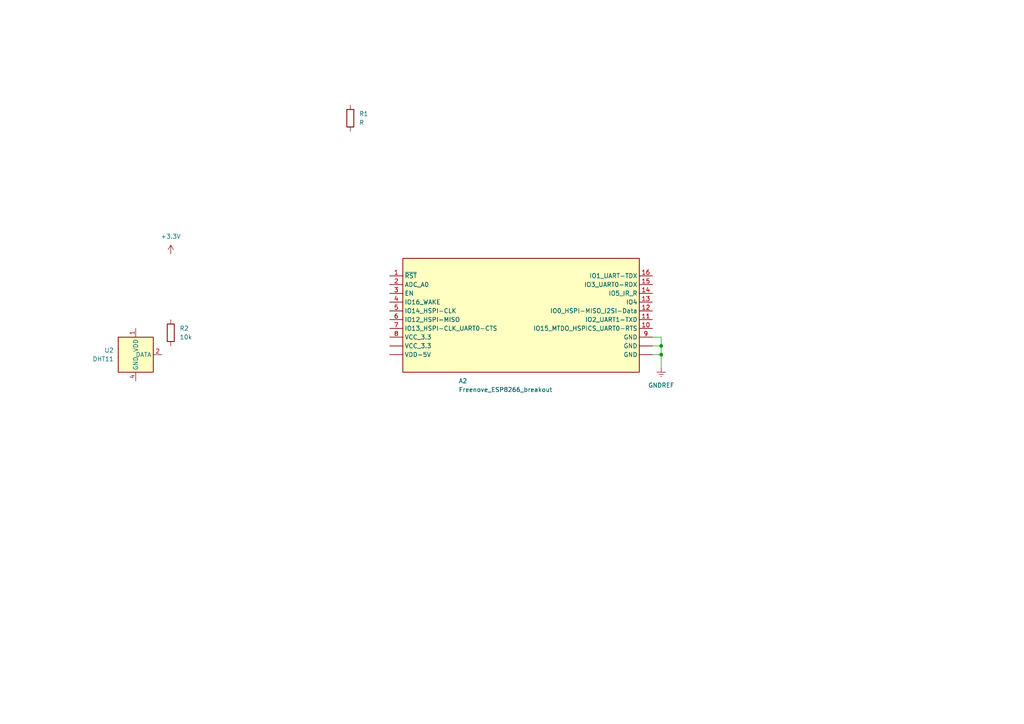
<source format=kicad_sch>
(kicad_sch (version 20230121) (generator eeschema)
  (paper "A4")
  (lib_symbols
    (symbol "Device:R" (pin_numbers hide) (pin_names (offset 0))
      (property "Reference" "R" (at 2.032 0 90))
      (property "Value" "R" (at 0 0 90))
      (symbol "R_0_1"
        (rectangle (start -1.016 -2.54) (end 1.016 2.54) (stroke (width 0.254)))
      )
      (symbol "R_1_1"
        (pin passive line (at 0 3.81 270) (length 1.27) (name "~") (number "1"))
        (pin passive line (at 0 -3.81 90) (length 1.27) (name "~") (number "2"))
      )
    )
    (symbol "MCU_Module:Adafruit_HUZZAH_ESP8266_breakout"
      (property "Reference" "A2" (at 4.7341 -19.05 0))
      (property "Value" "Freenove_ESP8266_breakout" (at 4.7341 -21.59 0))
      (symbol "Adafruit_HUZZAH_ESP8266_breakout_0_1"
        (rectangle (start -11.43 16.51) (end 57.15 -16.51) (stroke (width 0.254)) (fill (type background)))
      )
      (symbol "Adafruit_HUZZAH_ESP8266_breakout_1_1"
        (pin power_in line (at 60.96 -11.43 180) (length 3.81) (name "GND") (number ""))
        (pin power_in line (at 60.96 -8.89 180) (length 3.81) (name "GND") (number ""))
        (pin power_in line (at -15.24 -8.89 0) (length 3.81) (name "VCC_3.3") (number ""))
        (pin power_in line (at -15.24 -11.43 0) (length 3.81) (name "VDD-5V") (number ""))
        (pin input line (at -15.24 11.43 0) (length 3.81) (name "~{RST}") (number "1"))
        (pin bidirectional line (at 60.96 -3.81 180) (length 3.81) (name "IO15_MTDO_HSPICS_UART0-RTS") (number "10"))
        (pin bidirectional line (at 60.96 -1.27 180) (length 3.81) (name "IO2_UART1-TXD") (number "11"))
        (pin bidirectional line (at 60.96 1.27 180) (length 3.81) (name "IO0_HSPI-MISO_I2SI-Data") (number "12"))
        (pin bidirectional line (at 60.96 3.81 180) (length 3.81) (name "IO4") (number "13"))
        (pin bidirectional line (at 60.96 6.35 180) (length 3.81) (name "IO5_IR_R") (number "14"))
        (pin bidirectional line (at 60.96 8.89 180) (length 3.81) (name "IO3_UART0-RDX") (number "15"))
        (pin bidirectional line (at 60.96 11.43 180) (length 3.81) (name "IO1_UART-TDX") (number "16"))
        (pin input line (at -15.24 8.89 0) (length 3.81) (name "ADC_A0") (number "2"))
        (pin input line (at -15.24 6.35 0) (length 3.81) (name "EN") (number "3"))
        (pin bidirectional line (at -15.24 3.81 0) (length 3.81) (name "IO16_WAKE") (number "4"))
        (pin bidirectional line (at -15.24 1.27 0) (length 3.81) (name "IO14_HSPI-CLK") (number "5"))
        (pin bidirectional line (at -15.24 -1.27 0) (length 3.81) (name "IO12_HSPI-MISO") (number "6"))
        (pin bidirectional line (at -15.24 -3.81 0) (length 3.81) (name "IO13_HSPI-CLK_UART0-CTS") (number "7"))
        (pin power_in line (at -15.24 -6.35 0) (length 3.81) (name "VCC_3.3") (number "8"))
        (pin power_in line (at 60.96 -6.35 180) (length 3.81) (name "GND") (number "9"))
      )
    )
    (symbol "Sensor:DHT11"
      (property "Reference" "U" (at -3.81 6.35 0))
      (property "Value" "DHT11" (at 3.81 6.35 0))
      (symbol "DHT11_0_1"
        (rectangle (start -5.08 5.08) (end 5.08 -5.08) (stroke (width 0.254)) (fill (type background)))
      )
      (symbol "DHT11_1_1"
        (pin power_in line (at 0 7.62 270) (length 2.54) (name "VDD") (number "1"))
        (pin bidirectional line (at 7.62 0 180) (length 2.54) (name "DATA") (number "2"))
        (pin no_connect line (at -5.08 0 0) (length 2.54) hide (name "NC") (number "3"))
        (pin power_in line (at 0 -7.62 90) (length 2.54) (name "GND") (number "4"))
      )
    )
    (symbol "power:+3.3V" (power) (pin_names (offset 0))
      (property "Value" "+3.3V" (at 0 3.556 0))
      (symbol "+3.3V_0_1"
        (polyline (pts (xy -0.762 1.27) (xy 0 2.54)))
        (polyline (pts (xy 0 0) (xy 0 2.54)))
        (polyline (pts (xy 0 2.54) (xy 0.762 1.27)))
      )
      (symbol "+3.3V_1_1"
        (pin power_in line (at 0 0 90) (length 0) hide (name "+3.3V") (number "1"))
      )
    )
    (symbol "power:GNDREF" (power) (pin_names (offset 0))
      (property "Value" "GNDREF" (at 0 -3.81 0))
      (symbol "GNDREF_0_1"
        (polyline (pts (xy -0.635 -1.905) (xy 0.635 -1.905)))
        (polyline (pts (xy -0.127 -2.54) (xy 0.127 -2.54)))
        (polyline (pts (xy 0 -1.27) (xy 0 0)))
        (polyline (pts (xy 1.27 -1.27) (xy -1.27 -1.27)))
      )
      (symbol "GNDREF_1_1"
        (pin power_in line (at 0 0 270) (length 0) hide (name "GNDREF") (number "1"))
      )
    )
  )
  (junction (at 191.77 102.87))
  (junction (at 191.77 100.33))
  (wire (pts (xy 191.77 102.87) (xy 189.23 102.87)))
  (wire (pts (xy 189.23 97.79) (xy 191.77 97.79)))
  (wire (pts (xy 191.77 100.33) (xy 191.77 102.87)))
  (wire (pts (xy 191.77 106.68) (xy 191.77 102.87)))
  (wire (pts (xy 191.77 97.79) (xy 191.77 100.33)))
  (wire (pts (xy 189.23 100.33) (xy 191.77 100.33)))
  (symbol (lib_id "power:+3.3V") (at 49.53 73.66 0) (unit 1)
    (property "Reference" "#PWR01" (effects hide))
    (property "Value" "+3.3V" (at 49.53 68.58 0))
  )
  (symbol (lib_id "MCU_Module:Adafruit_HUZZAH_ESP8266_breakout") (at 128.27 91.44 0) (unit 1)
    (property "Reference" "A2" (at 133.0041 110.49 0) (effects (justify left)))
    (property "Value" "Freenove_ESP8266_breakout" (at 133.0041 113.03 0) (effects (justify left)))
  )
  (symbol (lib_id "Device:R") (at 49.53 96.52 0) (unit 1)
    (property "Reference" "R2" (at 52.07 95.25 0) (effects (justify left)))
    (property "Value" "10k" (at 52.07 97.79 0) (effects (justify left)))
  )
  (symbol (lib_id "power:GNDREF") (at 191.77 106.68 0) (unit 1)
    (property "Reference" "#PWR02" (effects hide))
    (property "Value" "GNDREF" (at 191.77 111.76 0))
  )
  (symbol (lib_id "Device:R") (at 101.6 34.29 0) (unit 1)
    (property "Reference" "R1" (at 104.14 33.02 0) (effects (justify left)))
    (property "Value" "R" (at 104.14 35.56 0) (effects (justify left)))
  )
  (symbol (lib_id "Sensor:DHT11") (at 39.37 102.87 0) (unit 1)
    (property "Reference" "U2" (at 33.02 101.6 0) (effects (justify right)))
    (property "Value" "DHT11" (at 33.02 104.14 0) (effects (justify right)))
    (property "Footprint" "Sensor:Aosong_DHT11_5.5x12.0_P2.54mm" (effects hide))
    (property "Datasheet" "http://akizukidenshi.com/download/ds/aosong/DHT11.pdf" (effects hide))
  )
)
</source>
